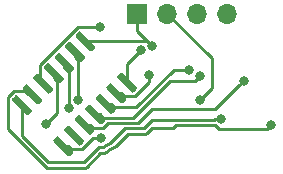
<source format=gbr>
G04 #@! TF.GenerationSoftware,KiCad,Pcbnew,(5.1.5)-3*
G04 #@! TF.CreationDate,2021-01-31T16:22:46-06:00*
G04 #@! TF.ProjectId,HallSensorSMD_9_Pos,48616c6c-5365-46e7-936f-72534d445f39,rev?*
G04 #@! TF.SameCoordinates,Original*
G04 #@! TF.FileFunction,Copper,L2,Bot*
G04 #@! TF.FilePolarity,Positive*
%FSLAX46Y46*%
G04 Gerber Fmt 4.6, Leading zero omitted, Abs format (unit mm)*
G04 Created by KiCad (PCBNEW (5.1.5)-3) date 2021-01-31 16:22:46*
%MOMM*%
%LPD*%
G04 APERTURE LIST*
%ADD10R,1.700000X1.700000*%
%ADD11O,1.700000X1.700000*%
%ADD12C,0.100000*%
%ADD13C,0.800000*%
%ADD14C,0.250000*%
G04 APERTURE END LIST*
D10*
X125818900Y-48250000D03*
D11*
X128358900Y-48250000D03*
X130898900Y-48250000D03*
X133438900Y-48250000D03*
G04 #@! TA.AperFunction,SMDPad,CuDef*
D12*
G36*
X124491872Y-53259105D02*
G01*
X124506433Y-53261265D01*
X124520712Y-53264842D01*
X124534572Y-53269801D01*
X124547879Y-53276095D01*
X124560505Y-53283663D01*
X124572328Y-53292431D01*
X124583235Y-53302317D01*
X125749961Y-54469043D01*
X125759847Y-54479950D01*
X125768615Y-54491773D01*
X125776183Y-54504399D01*
X125782477Y-54517706D01*
X125787436Y-54531566D01*
X125791013Y-54545845D01*
X125793173Y-54560406D01*
X125793895Y-54575109D01*
X125793173Y-54589812D01*
X125791013Y-54604373D01*
X125787436Y-54618652D01*
X125782477Y-54632512D01*
X125776183Y-54645819D01*
X125768615Y-54658445D01*
X125759847Y-54670268D01*
X125749961Y-54681175D01*
X125537829Y-54893307D01*
X125526922Y-54903193D01*
X125515099Y-54911961D01*
X125502473Y-54919529D01*
X125489166Y-54925823D01*
X125475306Y-54930782D01*
X125461027Y-54934359D01*
X125446466Y-54936519D01*
X125431763Y-54937241D01*
X125417060Y-54936519D01*
X125402499Y-54934359D01*
X125388220Y-54930782D01*
X125374360Y-54925823D01*
X125361053Y-54919529D01*
X125348427Y-54911961D01*
X125336604Y-54903193D01*
X125325697Y-54893307D01*
X124158971Y-53726581D01*
X124149085Y-53715674D01*
X124140317Y-53703851D01*
X124132749Y-53691225D01*
X124126455Y-53677918D01*
X124121496Y-53664058D01*
X124117919Y-53649779D01*
X124115759Y-53635218D01*
X124115037Y-53620515D01*
X124115759Y-53605812D01*
X124117919Y-53591251D01*
X124121496Y-53576972D01*
X124126455Y-53563112D01*
X124132749Y-53549805D01*
X124140317Y-53537179D01*
X124149085Y-53525356D01*
X124158971Y-53514449D01*
X124371103Y-53302317D01*
X124382010Y-53292431D01*
X124393833Y-53283663D01*
X124406459Y-53276095D01*
X124419766Y-53269801D01*
X124433626Y-53264842D01*
X124447905Y-53261265D01*
X124462466Y-53259105D01*
X124477169Y-53258383D01*
X124491872Y-53259105D01*
G37*
G04 #@! TD.AperFunction*
G04 #@! TA.AperFunction,SMDPad,CuDef*
G36*
X123593847Y-54157131D02*
G01*
X123608408Y-54159291D01*
X123622687Y-54162868D01*
X123636547Y-54167827D01*
X123649854Y-54174121D01*
X123662480Y-54181689D01*
X123674303Y-54190457D01*
X123685210Y-54200343D01*
X124851936Y-55367069D01*
X124861822Y-55377976D01*
X124870590Y-55389799D01*
X124878158Y-55402425D01*
X124884452Y-55415732D01*
X124889411Y-55429592D01*
X124892988Y-55443871D01*
X124895148Y-55458432D01*
X124895870Y-55473135D01*
X124895148Y-55487838D01*
X124892988Y-55502399D01*
X124889411Y-55516678D01*
X124884452Y-55530538D01*
X124878158Y-55543845D01*
X124870590Y-55556471D01*
X124861822Y-55568294D01*
X124851936Y-55579201D01*
X124639804Y-55791333D01*
X124628897Y-55801219D01*
X124617074Y-55809987D01*
X124604448Y-55817555D01*
X124591141Y-55823849D01*
X124577281Y-55828808D01*
X124563002Y-55832385D01*
X124548441Y-55834545D01*
X124533738Y-55835267D01*
X124519035Y-55834545D01*
X124504474Y-55832385D01*
X124490195Y-55828808D01*
X124476335Y-55823849D01*
X124463028Y-55817555D01*
X124450402Y-55809987D01*
X124438579Y-55801219D01*
X124427672Y-55791333D01*
X123260946Y-54624607D01*
X123251060Y-54613700D01*
X123242292Y-54601877D01*
X123234724Y-54589251D01*
X123228430Y-54575944D01*
X123223471Y-54562084D01*
X123219894Y-54547805D01*
X123217734Y-54533244D01*
X123217012Y-54518541D01*
X123217734Y-54503838D01*
X123219894Y-54489277D01*
X123223471Y-54474998D01*
X123228430Y-54461138D01*
X123234724Y-54447831D01*
X123242292Y-54435205D01*
X123251060Y-54423382D01*
X123260946Y-54412475D01*
X123473078Y-54200343D01*
X123483985Y-54190457D01*
X123495808Y-54181689D01*
X123508434Y-54174121D01*
X123521741Y-54167827D01*
X123535601Y-54162868D01*
X123549880Y-54159291D01*
X123564441Y-54157131D01*
X123579144Y-54156409D01*
X123593847Y-54157131D01*
G37*
G04 #@! TD.AperFunction*
G04 #@! TA.AperFunction,SMDPad,CuDef*
G36*
X122695821Y-55055157D02*
G01*
X122710382Y-55057317D01*
X122724661Y-55060894D01*
X122738521Y-55065853D01*
X122751828Y-55072147D01*
X122764454Y-55079715D01*
X122776277Y-55088483D01*
X122787184Y-55098369D01*
X123953910Y-56265095D01*
X123963796Y-56276002D01*
X123972564Y-56287825D01*
X123980132Y-56300451D01*
X123986426Y-56313758D01*
X123991385Y-56327618D01*
X123994962Y-56341897D01*
X123997122Y-56356458D01*
X123997844Y-56371161D01*
X123997122Y-56385864D01*
X123994962Y-56400425D01*
X123991385Y-56414704D01*
X123986426Y-56428564D01*
X123980132Y-56441871D01*
X123972564Y-56454497D01*
X123963796Y-56466320D01*
X123953910Y-56477227D01*
X123741778Y-56689359D01*
X123730871Y-56699245D01*
X123719048Y-56708013D01*
X123706422Y-56715581D01*
X123693115Y-56721875D01*
X123679255Y-56726834D01*
X123664976Y-56730411D01*
X123650415Y-56732571D01*
X123635712Y-56733293D01*
X123621009Y-56732571D01*
X123606448Y-56730411D01*
X123592169Y-56726834D01*
X123578309Y-56721875D01*
X123565002Y-56715581D01*
X123552376Y-56708013D01*
X123540553Y-56699245D01*
X123529646Y-56689359D01*
X122362920Y-55522633D01*
X122353034Y-55511726D01*
X122344266Y-55499903D01*
X122336698Y-55487277D01*
X122330404Y-55473970D01*
X122325445Y-55460110D01*
X122321868Y-55445831D01*
X122319708Y-55431270D01*
X122318986Y-55416567D01*
X122319708Y-55401864D01*
X122321868Y-55387303D01*
X122325445Y-55373024D01*
X122330404Y-55359164D01*
X122336698Y-55345857D01*
X122344266Y-55333231D01*
X122353034Y-55321408D01*
X122362920Y-55310501D01*
X122575052Y-55098369D01*
X122585959Y-55088483D01*
X122597782Y-55079715D01*
X122610408Y-55072147D01*
X122623715Y-55065853D01*
X122637575Y-55060894D01*
X122651854Y-55057317D01*
X122666415Y-55055157D01*
X122681118Y-55054435D01*
X122695821Y-55055157D01*
G37*
G04 #@! TD.AperFunction*
G04 #@! TA.AperFunction,SMDPad,CuDef*
G36*
X121797795Y-55953182D02*
G01*
X121812356Y-55955342D01*
X121826635Y-55958919D01*
X121840495Y-55963878D01*
X121853802Y-55970172D01*
X121866428Y-55977740D01*
X121878251Y-55986508D01*
X121889158Y-55996394D01*
X123055884Y-57163120D01*
X123065770Y-57174027D01*
X123074538Y-57185850D01*
X123082106Y-57198476D01*
X123088400Y-57211783D01*
X123093359Y-57225643D01*
X123096936Y-57239922D01*
X123099096Y-57254483D01*
X123099818Y-57269186D01*
X123099096Y-57283889D01*
X123096936Y-57298450D01*
X123093359Y-57312729D01*
X123088400Y-57326589D01*
X123082106Y-57339896D01*
X123074538Y-57352522D01*
X123065770Y-57364345D01*
X123055884Y-57375252D01*
X122843752Y-57587384D01*
X122832845Y-57597270D01*
X122821022Y-57606038D01*
X122808396Y-57613606D01*
X122795089Y-57619900D01*
X122781229Y-57624859D01*
X122766950Y-57628436D01*
X122752389Y-57630596D01*
X122737686Y-57631318D01*
X122722983Y-57630596D01*
X122708422Y-57628436D01*
X122694143Y-57624859D01*
X122680283Y-57619900D01*
X122666976Y-57613606D01*
X122654350Y-57606038D01*
X122642527Y-57597270D01*
X122631620Y-57587384D01*
X121464894Y-56420658D01*
X121455008Y-56409751D01*
X121446240Y-56397928D01*
X121438672Y-56385302D01*
X121432378Y-56371995D01*
X121427419Y-56358135D01*
X121423842Y-56343856D01*
X121421682Y-56329295D01*
X121420960Y-56314592D01*
X121421682Y-56299889D01*
X121423842Y-56285328D01*
X121427419Y-56271049D01*
X121432378Y-56257189D01*
X121438672Y-56243882D01*
X121446240Y-56231256D01*
X121455008Y-56219433D01*
X121464894Y-56208526D01*
X121677026Y-55996394D01*
X121687933Y-55986508D01*
X121699756Y-55977740D01*
X121712382Y-55970172D01*
X121725689Y-55963878D01*
X121739549Y-55958919D01*
X121753828Y-55955342D01*
X121768389Y-55953182D01*
X121783092Y-55952460D01*
X121797795Y-55953182D01*
G37*
G04 #@! TD.AperFunction*
G04 #@! TA.AperFunction,SMDPad,CuDef*
G36*
X120899770Y-56851208D02*
G01*
X120914331Y-56853368D01*
X120928610Y-56856945D01*
X120942470Y-56861904D01*
X120955777Y-56868198D01*
X120968403Y-56875766D01*
X120980226Y-56884534D01*
X120991133Y-56894420D01*
X122157859Y-58061146D01*
X122167745Y-58072053D01*
X122176513Y-58083876D01*
X122184081Y-58096502D01*
X122190375Y-58109809D01*
X122195334Y-58123669D01*
X122198911Y-58137948D01*
X122201071Y-58152509D01*
X122201793Y-58167212D01*
X122201071Y-58181915D01*
X122198911Y-58196476D01*
X122195334Y-58210755D01*
X122190375Y-58224615D01*
X122184081Y-58237922D01*
X122176513Y-58250548D01*
X122167745Y-58262371D01*
X122157859Y-58273278D01*
X121945727Y-58485410D01*
X121934820Y-58495296D01*
X121922997Y-58504064D01*
X121910371Y-58511632D01*
X121897064Y-58517926D01*
X121883204Y-58522885D01*
X121868925Y-58526462D01*
X121854364Y-58528622D01*
X121839661Y-58529344D01*
X121824958Y-58528622D01*
X121810397Y-58526462D01*
X121796118Y-58522885D01*
X121782258Y-58517926D01*
X121768951Y-58511632D01*
X121756325Y-58504064D01*
X121744502Y-58495296D01*
X121733595Y-58485410D01*
X120566869Y-57318684D01*
X120556983Y-57307777D01*
X120548215Y-57295954D01*
X120540647Y-57283328D01*
X120534353Y-57270021D01*
X120529394Y-57256161D01*
X120525817Y-57241882D01*
X120523657Y-57227321D01*
X120522935Y-57212618D01*
X120523657Y-57197915D01*
X120525817Y-57183354D01*
X120529394Y-57169075D01*
X120534353Y-57155215D01*
X120540647Y-57141908D01*
X120548215Y-57129282D01*
X120556983Y-57117459D01*
X120566869Y-57106552D01*
X120779001Y-56894420D01*
X120789908Y-56884534D01*
X120801731Y-56875766D01*
X120814357Y-56868198D01*
X120827664Y-56861904D01*
X120841524Y-56856945D01*
X120855803Y-56853368D01*
X120870364Y-56851208D01*
X120885067Y-56850486D01*
X120899770Y-56851208D01*
G37*
G04 #@! TD.AperFunction*
G04 #@! TA.AperFunction,SMDPad,CuDef*
G36*
X120001744Y-57749234D02*
G01*
X120016305Y-57751394D01*
X120030584Y-57754971D01*
X120044444Y-57759930D01*
X120057751Y-57766224D01*
X120070377Y-57773792D01*
X120082200Y-57782560D01*
X120093107Y-57792446D01*
X121259833Y-58959172D01*
X121269719Y-58970079D01*
X121278487Y-58981902D01*
X121286055Y-58994528D01*
X121292349Y-59007835D01*
X121297308Y-59021695D01*
X121300885Y-59035974D01*
X121303045Y-59050535D01*
X121303767Y-59065238D01*
X121303045Y-59079941D01*
X121300885Y-59094502D01*
X121297308Y-59108781D01*
X121292349Y-59122641D01*
X121286055Y-59135948D01*
X121278487Y-59148574D01*
X121269719Y-59160397D01*
X121259833Y-59171304D01*
X121047701Y-59383436D01*
X121036794Y-59393322D01*
X121024971Y-59402090D01*
X121012345Y-59409658D01*
X120999038Y-59415952D01*
X120985178Y-59420911D01*
X120970899Y-59424488D01*
X120956338Y-59426648D01*
X120941635Y-59427370D01*
X120926932Y-59426648D01*
X120912371Y-59424488D01*
X120898092Y-59420911D01*
X120884232Y-59415952D01*
X120870925Y-59409658D01*
X120858299Y-59402090D01*
X120846476Y-59393322D01*
X120835569Y-59383436D01*
X119668843Y-58216710D01*
X119658957Y-58205803D01*
X119650189Y-58193980D01*
X119642621Y-58181354D01*
X119636327Y-58168047D01*
X119631368Y-58154187D01*
X119627791Y-58139908D01*
X119625631Y-58125347D01*
X119624909Y-58110644D01*
X119625631Y-58095941D01*
X119627791Y-58081380D01*
X119631368Y-58067101D01*
X119636327Y-58053241D01*
X119642621Y-58039934D01*
X119650189Y-58027308D01*
X119658957Y-58015485D01*
X119668843Y-58004578D01*
X119880975Y-57792446D01*
X119891882Y-57782560D01*
X119903705Y-57773792D01*
X119916331Y-57766224D01*
X119929638Y-57759930D01*
X119943498Y-57754971D01*
X119957777Y-57751394D01*
X119972338Y-57749234D01*
X119987041Y-57748512D01*
X120001744Y-57749234D01*
G37*
G04 #@! TD.AperFunction*
G04 #@! TA.AperFunction,SMDPad,CuDef*
G36*
X119103718Y-58647259D02*
G01*
X119118279Y-58649419D01*
X119132558Y-58652996D01*
X119146418Y-58657955D01*
X119159725Y-58664249D01*
X119172351Y-58671817D01*
X119184174Y-58680585D01*
X119195081Y-58690471D01*
X120361807Y-59857197D01*
X120371693Y-59868104D01*
X120380461Y-59879927D01*
X120388029Y-59892553D01*
X120394323Y-59905860D01*
X120399282Y-59919720D01*
X120402859Y-59933999D01*
X120405019Y-59948560D01*
X120405741Y-59963263D01*
X120405019Y-59977966D01*
X120402859Y-59992527D01*
X120399282Y-60006806D01*
X120394323Y-60020666D01*
X120388029Y-60033973D01*
X120380461Y-60046599D01*
X120371693Y-60058422D01*
X120361807Y-60069329D01*
X120149675Y-60281461D01*
X120138768Y-60291347D01*
X120126945Y-60300115D01*
X120114319Y-60307683D01*
X120101012Y-60313977D01*
X120087152Y-60318936D01*
X120072873Y-60322513D01*
X120058312Y-60324673D01*
X120043609Y-60325395D01*
X120028906Y-60324673D01*
X120014345Y-60322513D01*
X120000066Y-60318936D01*
X119986206Y-60313977D01*
X119972899Y-60307683D01*
X119960273Y-60300115D01*
X119948450Y-60291347D01*
X119937543Y-60281461D01*
X118770817Y-59114735D01*
X118760931Y-59103828D01*
X118752163Y-59092005D01*
X118744595Y-59079379D01*
X118738301Y-59066072D01*
X118733342Y-59052212D01*
X118729765Y-59037933D01*
X118727605Y-59023372D01*
X118726883Y-59008669D01*
X118727605Y-58993966D01*
X118729765Y-58979405D01*
X118733342Y-58965126D01*
X118738301Y-58951266D01*
X118744595Y-58937959D01*
X118752163Y-58925333D01*
X118760931Y-58913510D01*
X118770817Y-58902603D01*
X118982949Y-58690471D01*
X118993856Y-58680585D01*
X119005679Y-58671817D01*
X119018305Y-58664249D01*
X119031612Y-58657955D01*
X119045472Y-58652996D01*
X119059751Y-58649419D01*
X119074312Y-58647259D01*
X119089015Y-58646537D01*
X119103718Y-58647259D01*
G37*
G04 #@! TD.AperFunction*
G04 #@! TA.AperFunction,SMDPad,CuDef*
G36*
X115603540Y-55147081D02*
G01*
X115618101Y-55149241D01*
X115632380Y-55152818D01*
X115646240Y-55157777D01*
X115659547Y-55164071D01*
X115672173Y-55171639D01*
X115683996Y-55180407D01*
X115694903Y-55190293D01*
X116861629Y-56357019D01*
X116871515Y-56367926D01*
X116880283Y-56379749D01*
X116887851Y-56392375D01*
X116894145Y-56405682D01*
X116899104Y-56419542D01*
X116902681Y-56433821D01*
X116904841Y-56448382D01*
X116905563Y-56463085D01*
X116904841Y-56477788D01*
X116902681Y-56492349D01*
X116899104Y-56506628D01*
X116894145Y-56520488D01*
X116887851Y-56533795D01*
X116880283Y-56546421D01*
X116871515Y-56558244D01*
X116861629Y-56569151D01*
X116649497Y-56781283D01*
X116638590Y-56791169D01*
X116626767Y-56799937D01*
X116614141Y-56807505D01*
X116600834Y-56813799D01*
X116586974Y-56818758D01*
X116572695Y-56822335D01*
X116558134Y-56824495D01*
X116543431Y-56825217D01*
X116528728Y-56824495D01*
X116514167Y-56822335D01*
X116499888Y-56818758D01*
X116486028Y-56813799D01*
X116472721Y-56807505D01*
X116460095Y-56799937D01*
X116448272Y-56791169D01*
X116437365Y-56781283D01*
X115270639Y-55614557D01*
X115260753Y-55603650D01*
X115251985Y-55591827D01*
X115244417Y-55579201D01*
X115238123Y-55565894D01*
X115233164Y-55552034D01*
X115229587Y-55537755D01*
X115227427Y-55523194D01*
X115226705Y-55508491D01*
X115227427Y-55493788D01*
X115229587Y-55479227D01*
X115233164Y-55464948D01*
X115238123Y-55451088D01*
X115244417Y-55437781D01*
X115251985Y-55425155D01*
X115260753Y-55413332D01*
X115270639Y-55402425D01*
X115482771Y-55190293D01*
X115493678Y-55180407D01*
X115505501Y-55171639D01*
X115518127Y-55164071D01*
X115531434Y-55157777D01*
X115545294Y-55152818D01*
X115559573Y-55149241D01*
X115574134Y-55147081D01*
X115588837Y-55146359D01*
X115603540Y-55147081D01*
G37*
G04 #@! TD.AperFunction*
G04 #@! TA.AperFunction,SMDPad,CuDef*
G36*
X116501565Y-54249055D02*
G01*
X116516126Y-54251215D01*
X116530405Y-54254792D01*
X116544265Y-54259751D01*
X116557572Y-54266045D01*
X116570198Y-54273613D01*
X116582021Y-54282381D01*
X116592928Y-54292267D01*
X117759654Y-55458993D01*
X117769540Y-55469900D01*
X117778308Y-55481723D01*
X117785876Y-55494349D01*
X117792170Y-55507656D01*
X117797129Y-55521516D01*
X117800706Y-55535795D01*
X117802866Y-55550356D01*
X117803588Y-55565059D01*
X117802866Y-55579762D01*
X117800706Y-55594323D01*
X117797129Y-55608602D01*
X117792170Y-55622462D01*
X117785876Y-55635769D01*
X117778308Y-55648395D01*
X117769540Y-55660218D01*
X117759654Y-55671125D01*
X117547522Y-55883257D01*
X117536615Y-55893143D01*
X117524792Y-55901911D01*
X117512166Y-55909479D01*
X117498859Y-55915773D01*
X117484999Y-55920732D01*
X117470720Y-55924309D01*
X117456159Y-55926469D01*
X117441456Y-55927191D01*
X117426753Y-55926469D01*
X117412192Y-55924309D01*
X117397913Y-55920732D01*
X117384053Y-55915773D01*
X117370746Y-55909479D01*
X117358120Y-55901911D01*
X117346297Y-55893143D01*
X117335390Y-55883257D01*
X116168664Y-54716531D01*
X116158778Y-54705624D01*
X116150010Y-54693801D01*
X116142442Y-54681175D01*
X116136148Y-54667868D01*
X116131189Y-54654008D01*
X116127612Y-54639729D01*
X116125452Y-54625168D01*
X116124730Y-54610465D01*
X116125452Y-54595762D01*
X116127612Y-54581201D01*
X116131189Y-54566922D01*
X116136148Y-54553062D01*
X116142442Y-54539755D01*
X116150010Y-54527129D01*
X116158778Y-54515306D01*
X116168664Y-54504399D01*
X116380796Y-54292267D01*
X116391703Y-54282381D01*
X116403526Y-54273613D01*
X116416152Y-54266045D01*
X116429459Y-54259751D01*
X116443319Y-54254792D01*
X116457598Y-54251215D01*
X116472159Y-54249055D01*
X116486862Y-54248333D01*
X116501565Y-54249055D01*
G37*
G04 #@! TD.AperFunction*
G04 #@! TA.AperFunction,SMDPad,CuDef*
G36*
X117399591Y-53351029D02*
G01*
X117414152Y-53353189D01*
X117428431Y-53356766D01*
X117442291Y-53361725D01*
X117455598Y-53368019D01*
X117468224Y-53375587D01*
X117480047Y-53384355D01*
X117490954Y-53394241D01*
X118657680Y-54560967D01*
X118667566Y-54571874D01*
X118676334Y-54583697D01*
X118683902Y-54596323D01*
X118690196Y-54609630D01*
X118695155Y-54623490D01*
X118698732Y-54637769D01*
X118700892Y-54652330D01*
X118701614Y-54667033D01*
X118700892Y-54681736D01*
X118698732Y-54696297D01*
X118695155Y-54710576D01*
X118690196Y-54724436D01*
X118683902Y-54737743D01*
X118676334Y-54750369D01*
X118667566Y-54762192D01*
X118657680Y-54773099D01*
X118445548Y-54985231D01*
X118434641Y-54995117D01*
X118422818Y-55003885D01*
X118410192Y-55011453D01*
X118396885Y-55017747D01*
X118383025Y-55022706D01*
X118368746Y-55026283D01*
X118354185Y-55028443D01*
X118339482Y-55029165D01*
X118324779Y-55028443D01*
X118310218Y-55026283D01*
X118295939Y-55022706D01*
X118282079Y-55017747D01*
X118268772Y-55011453D01*
X118256146Y-55003885D01*
X118244323Y-54995117D01*
X118233416Y-54985231D01*
X117066690Y-53818505D01*
X117056804Y-53807598D01*
X117048036Y-53795775D01*
X117040468Y-53783149D01*
X117034174Y-53769842D01*
X117029215Y-53755982D01*
X117025638Y-53741703D01*
X117023478Y-53727142D01*
X117022756Y-53712439D01*
X117023478Y-53697736D01*
X117025638Y-53683175D01*
X117029215Y-53668896D01*
X117034174Y-53655036D01*
X117040468Y-53641729D01*
X117048036Y-53629103D01*
X117056804Y-53617280D01*
X117066690Y-53606373D01*
X117278822Y-53394241D01*
X117289729Y-53384355D01*
X117301552Y-53375587D01*
X117314178Y-53368019D01*
X117327485Y-53361725D01*
X117341345Y-53356766D01*
X117355624Y-53353189D01*
X117370185Y-53351029D01*
X117384888Y-53350307D01*
X117399591Y-53351029D01*
G37*
G04 #@! TD.AperFunction*
G04 #@! TA.AperFunction,SMDPad,CuDef*
G36*
X118297617Y-52453004D02*
G01*
X118312178Y-52455164D01*
X118326457Y-52458741D01*
X118340317Y-52463700D01*
X118353624Y-52469994D01*
X118366250Y-52477562D01*
X118378073Y-52486330D01*
X118388980Y-52496216D01*
X119555706Y-53662942D01*
X119565592Y-53673849D01*
X119574360Y-53685672D01*
X119581928Y-53698298D01*
X119588222Y-53711605D01*
X119593181Y-53725465D01*
X119596758Y-53739744D01*
X119598918Y-53754305D01*
X119599640Y-53769008D01*
X119598918Y-53783711D01*
X119596758Y-53798272D01*
X119593181Y-53812551D01*
X119588222Y-53826411D01*
X119581928Y-53839718D01*
X119574360Y-53852344D01*
X119565592Y-53864167D01*
X119555706Y-53875074D01*
X119343574Y-54087206D01*
X119332667Y-54097092D01*
X119320844Y-54105860D01*
X119308218Y-54113428D01*
X119294911Y-54119722D01*
X119281051Y-54124681D01*
X119266772Y-54128258D01*
X119252211Y-54130418D01*
X119237508Y-54131140D01*
X119222805Y-54130418D01*
X119208244Y-54128258D01*
X119193965Y-54124681D01*
X119180105Y-54119722D01*
X119166798Y-54113428D01*
X119154172Y-54105860D01*
X119142349Y-54097092D01*
X119131442Y-54087206D01*
X117964716Y-52920480D01*
X117954830Y-52909573D01*
X117946062Y-52897750D01*
X117938494Y-52885124D01*
X117932200Y-52871817D01*
X117927241Y-52857957D01*
X117923664Y-52843678D01*
X117921504Y-52829117D01*
X117920782Y-52814414D01*
X117921504Y-52799711D01*
X117923664Y-52785150D01*
X117927241Y-52770871D01*
X117932200Y-52757011D01*
X117938494Y-52743704D01*
X117946062Y-52731078D01*
X117954830Y-52719255D01*
X117964716Y-52708348D01*
X118176848Y-52496216D01*
X118187755Y-52486330D01*
X118199578Y-52477562D01*
X118212204Y-52469994D01*
X118225511Y-52463700D01*
X118239371Y-52458741D01*
X118253650Y-52455164D01*
X118268211Y-52453004D01*
X118282914Y-52452282D01*
X118297617Y-52453004D01*
G37*
G04 #@! TD.AperFunction*
G04 #@! TA.AperFunction,SMDPad,CuDef*
G36*
X119195642Y-51554978D02*
G01*
X119210203Y-51557138D01*
X119224482Y-51560715D01*
X119238342Y-51565674D01*
X119251649Y-51571968D01*
X119264275Y-51579536D01*
X119276098Y-51588304D01*
X119287005Y-51598190D01*
X120453731Y-52764916D01*
X120463617Y-52775823D01*
X120472385Y-52787646D01*
X120479953Y-52800272D01*
X120486247Y-52813579D01*
X120491206Y-52827439D01*
X120494783Y-52841718D01*
X120496943Y-52856279D01*
X120497665Y-52870982D01*
X120496943Y-52885685D01*
X120494783Y-52900246D01*
X120491206Y-52914525D01*
X120486247Y-52928385D01*
X120479953Y-52941692D01*
X120472385Y-52954318D01*
X120463617Y-52966141D01*
X120453731Y-52977048D01*
X120241599Y-53189180D01*
X120230692Y-53199066D01*
X120218869Y-53207834D01*
X120206243Y-53215402D01*
X120192936Y-53221696D01*
X120179076Y-53226655D01*
X120164797Y-53230232D01*
X120150236Y-53232392D01*
X120135533Y-53233114D01*
X120120830Y-53232392D01*
X120106269Y-53230232D01*
X120091990Y-53226655D01*
X120078130Y-53221696D01*
X120064823Y-53215402D01*
X120052197Y-53207834D01*
X120040374Y-53199066D01*
X120029467Y-53189180D01*
X118862741Y-52022454D01*
X118852855Y-52011547D01*
X118844087Y-51999724D01*
X118836519Y-51987098D01*
X118830225Y-51973791D01*
X118825266Y-51959931D01*
X118821689Y-51945652D01*
X118819529Y-51931091D01*
X118818807Y-51916388D01*
X118819529Y-51901685D01*
X118821689Y-51887124D01*
X118825266Y-51872845D01*
X118830225Y-51858985D01*
X118836519Y-51845678D01*
X118844087Y-51833052D01*
X118852855Y-51821229D01*
X118862741Y-51810322D01*
X119074873Y-51598190D01*
X119085780Y-51588304D01*
X119097603Y-51579536D01*
X119110229Y-51571968D01*
X119123536Y-51565674D01*
X119137396Y-51560715D01*
X119151675Y-51557138D01*
X119166236Y-51554978D01*
X119180939Y-51554256D01*
X119195642Y-51554978D01*
G37*
G04 #@! TD.AperFunction*
G04 #@! TA.AperFunction,SMDPad,CuDef*
G36*
X120093668Y-50656952D02*
G01*
X120108229Y-50659112D01*
X120122508Y-50662689D01*
X120136368Y-50667648D01*
X120149675Y-50673942D01*
X120162301Y-50681510D01*
X120174124Y-50690278D01*
X120185031Y-50700164D01*
X121351757Y-51866890D01*
X121361643Y-51877797D01*
X121370411Y-51889620D01*
X121377979Y-51902246D01*
X121384273Y-51915553D01*
X121389232Y-51929413D01*
X121392809Y-51943692D01*
X121394969Y-51958253D01*
X121395691Y-51972956D01*
X121394969Y-51987659D01*
X121392809Y-52002220D01*
X121389232Y-52016499D01*
X121384273Y-52030359D01*
X121377979Y-52043666D01*
X121370411Y-52056292D01*
X121361643Y-52068115D01*
X121351757Y-52079022D01*
X121139625Y-52291154D01*
X121128718Y-52301040D01*
X121116895Y-52309808D01*
X121104269Y-52317376D01*
X121090962Y-52323670D01*
X121077102Y-52328629D01*
X121062823Y-52332206D01*
X121048262Y-52334366D01*
X121033559Y-52335088D01*
X121018856Y-52334366D01*
X121004295Y-52332206D01*
X120990016Y-52328629D01*
X120976156Y-52323670D01*
X120962849Y-52317376D01*
X120950223Y-52309808D01*
X120938400Y-52301040D01*
X120927493Y-52291154D01*
X119760767Y-51124428D01*
X119750881Y-51113521D01*
X119742113Y-51101698D01*
X119734545Y-51089072D01*
X119728251Y-51075765D01*
X119723292Y-51061905D01*
X119719715Y-51047626D01*
X119717555Y-51033065D01*
X119716833Y-51018362D01*
X119717555Y-51003659D01*
X119719715Y-50989098D01*
X119723292Y-50974819D01*
X119728251Y-50960959D01*
X119734545Y-50947652D01*
X119742113Y-50935026D01*
X119750881Y-50923203D01*
X119760767Y-50912296D01*
X119972899Y-50700164D01*
X119983806Y-50690278D01*
X119995629Y-50681510D01*
X120008255Y-50673942D01*
X120021562Y-50667648D01*
X120035422Y-50662689D01*
X120049701Y-50659112D01*
X120064262Y-50656952D01*
X120078965Y-50656230D01*
X120093668Y-50656952D01*
G37*
G04 #@! TD.AperFunction*
G04 #@! TA.AperFunction,SMDPad,CuDef*
G36*
X120991694Y-49758927D02*
G01*
X121006255Y-49761087D01*
X121020534Y-49764664D01*
X121034394Y-49769623D01*
X121047701Y-49775917D01*
X121060327Y-49783485D01*
X121072150Y-49792253D01*
X121083057Y-49802139D01*
X122249783Y-50968865D01*
X122259669Y-50979772D01*
X122268437Y-50991595D01*
X122276005Y-51004221D01*
X122282299Y-51017528D01*
X122287258Y-51031388D01*
X122290835Y-51045667D01*
X122292995Y-51060228D01*
X122293717Y-51074931D01*
X122292995Y-51089634D01*
X122290835Y-51104195D01*
X122287258Y-51118474D01*
X122282299Y-51132334D01*
X122276005Y-51145641D01*
X122268437Y-51158267D01*
X122259669Y-51170090D01*
X122249783Y-51180997D01*
X122037651Y-51393129D01*
X122026744Y-51403015D01*
X122014921Y-51411783D01*
X122002295Y-51419351D01*
X121988988Y-51425645D01*
X121975128Y-51430604D01*
X121960849Y-51434181D01*
X121946288Y-51436341D01*
X121931585Y-51437063D01*
X121916882Y-51436341D01*
X121902321Y-51434181D01*
X121888042Y-51430604D01*
X121874182Y-51425645D01*
X121860875Y-51419351D01*
X121848249Y-51411783D01*
X121836426Y-51403015D01*
X121825519Y-51393129D01*
X120658793Y-50226403D01*
X120648907Y-50215496D01*
X120640139Y-50203673D01*
X120632571Y-50191047D01*
X120626277Y-50177740D01*
X120621318Y-50163880D01*
X120617741Y-50149601D01*
X120615581Y-50135040D01*
X120614859Y-50120337D01*
X120615581Y-50105634D01*
X120617741Y-50091073D01*
X120621318Y-50076794D01*
X120626277Y-50062934D01*
X120632571Y-50049627D01*
X120640139Y-50037001D01*
X120648907Y-50025178D01*
X120658793Y-50014271D01*
X120870925Y-49802139D01*
X120881832Y-49792253D01*
X120893655Y-49783485D01*
X120906281Y-49775917D01*
X120919588Y-49769623D01*
X120933448Y-49764664D01*
X120947727Y-49761087D01*
X120962288Y-49758927D01*
X120976991Y-49758205D01*
X120991694Y-49758927D01*
G37*
G04 #@! TD.AperFunction*
D13*
X127063711Y-50980261D03*
X118100034Y-57596517D03*
X120075000Y-56225000D03*
X120850000Y-55550000D03*
X126125000Y-51325000D03*
X126825000Y-53425000D03*
X130250000Y-53000000D03*
X131144773Y-53574739D03*
X134825000Y-53925000D03*
X132950545Y-57175012D03*
X122675000Y-49425000D03*
X137175000Y-57650000D03*
X122788711Y-58784346D03*
X131125000Y-55575000D03*
D14*
X126681084Y-50597634D02*
X127063711Y-50980261D01*
X125818900Y-48250000D02*
X125818900Y-49735450D01*
X125818900Y-49735450D02*
X127063711Y-50980261D01*
X121454288Y-50597634D02*
X126681084Y-50597634D01*
X119026624Y-56669927D02*
X118500033Y-57196518D01*
X118760211Y-53715975D02*
X119026624Y-53982388D01*
X118500033Y-57196518D02*
X118100034Y-57596517D01*
X119026624Y-53982388D02*
X119026624Y-56669927D01*
X118760211Y-53291711D02*
X118760211Y-53715975D01*
X120075000Y-53234713D02*
X120075000Y-56225000D01*
X119658236Y-52393685D02*
X119658236Y-52817949D01*
X119658236Y-52817949D02*
X120075000Y-53234713D01*
X120850000Y-52213661D02*
X120850000Y-55550000D01*
X120556262Y-51495659D02*
X120556262Y-51919923D01*
X120556262Y-51919923D02*
X120850000Y-52213661D01*
X130802278Y-48250000D02*
X130898900Y-48250000D01*
X124954466Y-52495534D02*
X126125000Y-51325000D01*
X124954466Y-54097812D02*
X124954466Y-52495534D01*
X126825000Y-54065772D02*
X126825000Y-53425000D01*
X124480705Y-54995838D02*
X124747118Y-55262251D01*
X124056441Y-54995838D02*
X124480705Y-54995838D01*
X124747118Y-55262251D02*
X125628521Y-55262251D01*
X125628521Y-55262251D02*
X126825000Y-54065772D01*
X125744080Y-56160277D02*
X128904357Y-53000000D01*
X123849092Y-56160277D02*
X125744080Y-56160277D01*
X123158415Y-55893864D02*
X123582679Y-55893864D01*
X129684315Y-53000000D02*
X130250000Y-53000000D01*
X128904357Y-53000000D02*
X129684315Y-53000000D01*
X123582679Y-55893864D02*
X123849092Y-56160277D01*
X122684653Y-56791889D02*
X122951067Y-57058303D01*
X128566029Y-53974738D02*
X130744774Y-53974738D01*
X125482464Y-57058303D02*
X128566029Y-53974738D01*
X122260389Y-56791889D02*
X122684653Y-56791889D01*
X122951067Y-57058303D02*
X125482464Y-57058303D01*
X130744774Y-53974738D02*
X131144773Y-53574739D01*
X123382459Y-57508313D02*
X125893685Y-57508313D01*
X122053041Y-57956328D02*
X122934444Y-57956328D01*
X125893685Y-57508313D02*
X127101997Y-56300001D01*
X134425001Y-54324999D02*
X134825000Y-53925000D01*
X122934444Y-57956328D02*
X123382459Y-57508313D01*
X132449999Y-56300001D02*
X134425001Y-54324999D01*
X121786628Y-57689915D02*
X122053041Y-57956328D01*
X127101997Y-56300001D02*
X132449999Y-56300001D01*
X121362364Y-57689915D02*
X121786628Y-57689915D01*
X122599792Y-59534302D02*
X122962292Y-59534302D01*
X121304259Y-60829835D02*
X122599792Y-59534302D01*
X132334871Y-57225001D02*
X132384860Y-57175012D01*
X116066134Y-58589138D02*
X118306831Y-60829835D01*
X132384860Y-57175012D02*
X132950545Y-57175012D01*
X116066134Y-55985788D02*
X116066134Y-58589138D01*
X118306831Y-60829835D02*
X121304259Y-60829835D01*
X127092030Y-57225001D02*
X132334871Y-57225001D01*
X123550004Y-59179381D02*
X124771064Y-57958321D01*
X126358710Y-57958321D02*
X127092030Y-57225001D01*
X123159090Y-59407611D02*
X123550004Y-59179381D01*
X123156924Y-59415854D02*
X123159090Y-59407611D01*
X122962292Y-59534302D02*
X123156924Y-59415854D01*
X124771064Y-57958321D02*
X126358710Y-57958321D01*
X117595772Y-52617656D02*
X120788427Y-49425001D01*
X117595772Y-53923323D02*
X117595772Y-52617656D01*
X117862185Y-54189736D02*
X117595772Y-53923323D01*
X120788427Y-49425001D02*
X122674999Y-49425001D01*
X122674999Y-49425001D02*
X122675000Y-49425000D01*
X118197448Y-61356863D02*
X121408793Y-61356863D01*
X132752528Y-58049999D02*
X136775001Y-58049999D01*
X115392079Y-54821349D02*
X114901695Y-55311733D01*
X116539895Y-55087762D02*
X116273482Y-54821349D01*
X116964159Y-55087762D02*
X116539895Y-55087762D01*
X114901695Y-55311733D02*
X114901695Y-58061110D01*
X128859401Y-57925012D02*
X129095083Y-57689330D01*
X123546956Y-59702253D02*
X123986760Y-59445479D01*
X129095083Y-57689330D02*
X132391859Y-57689330D01*
X132391859Y-57689330D02*
X132752528Y-58049999D01*
X121572369Y-61205226D02*
X122706261Y-60071334D01*
X123165384Y-59948498D02*
X123166200Y-59944859D01*
X114901695Y-58061110D02*
X118197448Y-61356863D01*
X123986760Y-59445479D02*
X125023907Y-58408332D01*
X122706261Y-60071334D02*
X122979208Y-60071334D01*
X122979208Y-60071334D02*
X123165384Y-59948498D01*
X136775001Y-58049999D02*
X137175000Y-57650000D01*
X127066453Y-57925012D02*
X128859401Y-57925012D01*
X116273482Y-54821349D02*
X115392079Y-54821349D01*
X126638135Y-58353330D02*
X127066453Y-57925012D01*
X123166200Y-59944859D02*
X123546562Y-59703752D01*
X123546562Y-59703752D02*
X123546956Y-59702253D01*
X121408793Y-61356863D02*
X121572369Y-61205226D01*
X125023907Y-58408332D02*
X126441577Y-58408332D01*
X126441577Y-58408332D02*
X126638135Y-58353330D01*
X121138393Y-59752380D02*
X122106427Y-58784346D01*
X120256990Y-59752380D02*
X121138393Y-59752380D01*
X119990576Y-59485966D02*
X120256990Y-59752380D01*
X119566312Y-59485966D02*
X119990576Y-59485966D01*
X122106427Y-58784346D02*
X122788711Y-58784346D01*
X131125000Y-55575000D02*
X132125000Y-54575000D01*
X132125000Y-52016100D02*
X128358900Y-48250000D01*
X132125000Y-54575000D02*
X132125000Y-52016100D01*
M02*

</source>
